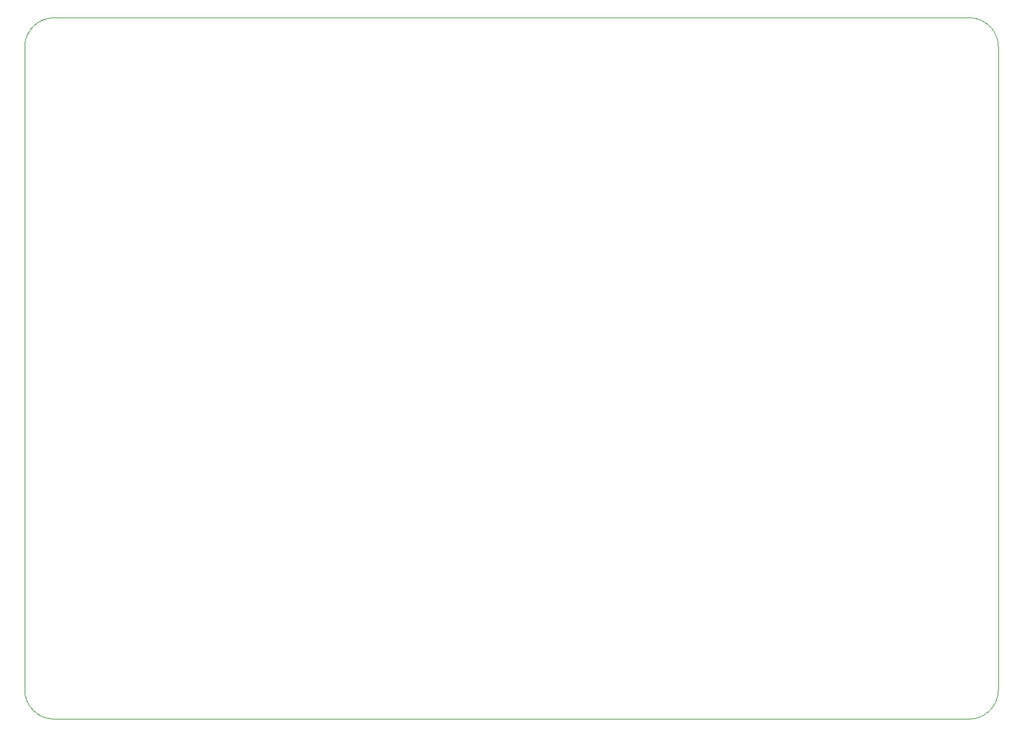
<source format=gbr>
%TF.GenerationSoftware,KiCad,Pcbnew,(6.0.1)*%
%TF.CreationDate,2022-06-29T12:54:24+01:00*%
%TF.ProjectId,Keyboard_mouse,4b657962-6f61-4726-945f-6d6f7573652e,rev?*%
%TF.SameCoordinates,Original*%
%TF.FileFunction,Profile,NP*%
%FSLAX46Y46*%
G04 Gerber Fmt 4.6, Leading zero omitted, Abs format (unit mm)*
G04 Created by KiCad (PCBNEW (6.0.1)) date 2022-06-29 12:54:24*
%MOMM*%
%LPD*%
G01*
G04 APERTURE LIST*
%TA.AperFunction,Profile*%
%ADD10C,0.100000*%
%TD*%
G04 APERTURE END LIST*
D10*
X76200000Y-52070000D02*
X195580000Y-52070000D01*
X195580000Y-143510000D02*
G75*
G03*
X199390000Y-139700000I1J3809999D01*
G01*
X76200000Y-52070000D02*
G75*
G03*
X72390000Y-55880000I-1J-3809999D01*
G01*
X199390000Y-55880000D02*
X199390000Y-139700000D01*
X72390000Y-139700000D02*
X72390000Y-55880000D01*
X195580000Y-143510000D02*
X76200000Y-143510000D01*
X199390000Y-55880000D02*
G75*
G03*
X195580000Y-52070000I-3809999J1D01*
G01*
X72390000Y-139700000D02*
G75*
G03*
X76200000Y-143510000I3809999J-1D01*
G01*
M02*

</source>
